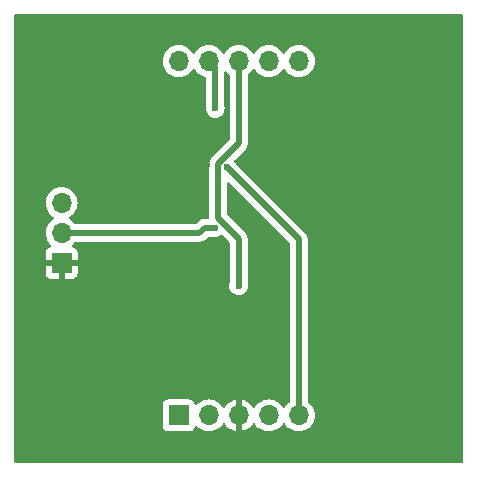
<source format=gbl>
G04 #@! TF.GenerationSoftware,KiCad,Pcbnew,8.0.6*
G04 #@! TF.CreationDate,2025-08-21T09:44:44+02:00*
G04 #@! TF.ProjectId,StackBoard_OPA836,53746163-6b42-46f6-9172-645f4f504138,rev?*
G04 #@! TF.SameCoordinates,Original*
G04 #@! TF.FileFunction,Copper,L2,Bot*
G04 #@! TF.FilePolarity,Positive*
%FSLAX46Y46*%
G04 Gerber Fmt 4.6, Leading zero omitted, Abs format (unit mm)*
G04 Created by KiCad (PCBNEW 8.0.6) date 2025-08-21 09:44:44*
%MOMM*%
%LPD*%
G01*
G04 APERTURE LIST*
G04 #@! TA.AperFunction,ComponentPad*
%ADD10R,1.700000X1.700000*%
G04 #@! TD*
G04 #@! TA.AperFunction,ComponentPad*
%ADD11O,1.700000X1.700000*%
G04 #@! TD*
G04 #@! TA.AperFunction,ViaPad*
%ADD12C,0.600000*%
G04 #@! TD*
G04 #@! TA.AperFunction,Conductor*
%ADD13C,0.500000*%
G04 #@! TD*
G04 APERTURE END LIST*
D10*
X160920000Y-142000000D03*
D11*
X163460000Y-142000000D03*
X166000000Y-142000000D03*
X168540000Y-142000000D03*
X171080000Y-142000000D03*
X160920000Y-112000000D03*
X163460000Y-112000000D03*
X166000000Y-112000000D03*
X168540000Y-112000000D03*
X171080000Y-112000000D03*
D10*
X151000000Y-129080000D03*
D11*
X151000000Y-126540000D03*
X151000000Y-124000000D03*
D12*
X162560000Y-128270000D03*
X162560000Y-130810000D03*
X162560000Y-132715000D03*
X162560000Y-134620000D03*
X162560000Y-136525000D03*
X162560000Y-139065000D03*
X183320000Y-108780000D03*
X181320000Y-108780000D03*
X179320000Y-108780000D03*
X177320000Y-108780000D03*
X175320000Y-108780000D03*
X173320000Y-108780000D03*
X171320000Y-108780000D03*
X169320000Y-108780000D03*
X167320000Y-108780000D03*
X165320000Y-108780000D03*
X163320000Y-108780000D03*
X161320000Y-108780000D03*
X159320000Y-108780000D03*
X157320000Y-108780000D03*
X155320000Y-108780000D03*
X153320000Y-108780000D03*
X151320000Y-108780000D03*
X149320000Y-108780000D03*
X147320000Y-108780000D03*
X183320000Y-110780000D03*
X181320000Y-110780000D03*
X179320000Y-110780000D03*
X177320000Y-110780000D03*
X175320000Y-110780000D03*
X173320000Y-110780000D03*
X159320000Y-110780000D03*
X157320000Y-110780000D03*
X155320000Y-110780000D03*
X153320000Y-110780000D03*
X151320000Y-110780000D03*
X149320000Y-110780000D03*
X147320000Y-110780000D03*
X183320000Y-112780000D03*
X181320000Y-112780000D03*
X179320000Y-112780000D03*
X177320000Y-112780000D03*
X175320000Y-112780000D03*
X173320000Y-112780000D03*
X159320000Y-112780000D03*
X157320000Y-112780000D03*
X155320000Y-112780000D03*
X153320000Y-112780000D03*
X151320000Y-112780000D03*
X149320000Y-112780000D03*
X147320000Y-112780000D03*
X183320000Y-114780000D03*
X181320000Y-114780000D03*
X179320000Y-114780000D03*
X177320000Y-114780000D03*
X175320000Y-114780000D03*
X173320000Y-114780000D03*
X169320000Y-114780000D03*
X167320000Y-114780000D03*
X161320000Y-114780000D03*
X159320000Y-114780000D03*
X157320000Y-114780000D03*
X155320000Y-114780000D03*
X153320000Y-114780000D03*
X151320000Y-114780000D03*
X149320000Y-114780000D03*
X147320000Y-114780000D03*
X183320000Y-116780000D03*
X181320000Y-116780000D03*
X179320000Y-116780000D03*
X177320000Y-116780000D03*
X175320000Y-116780000D03*
X173320000Y-116780000D03*
X169320000Y-116780000D03*
X167320000Y-116780000D03*
X163320000Y-116780000D03*
X159320000Y-116780000D03*
X157320000Y-116780000D03*
X155320000Y-116780000D03*
X153320000Y-116780000D03*
X151320000Y-116780000D03*
X149320000Y-116780000D03*
X147320000Y-116780000D03*
X183320000Y-118780000D03*
X181320000Y-118780000D03*
X179320000Y-118780000D03*
X177320000Y-118780000D03*
X175320000Y-118780000D03*
X173320000Y-118780000D03*
X169320000Y-118780000D03*
X163320000Y-118780000D03*
X161320000Y-118780000D03*
X157320000Y-118780000D03*
X155320000Y-118780000D03*
X153320000Y-118780000D03*
X151320000Y-118780000D03*
X149320000Y-118780000D03*
X147320000Y-118780000D03*
X183320000Y-120780000D03*
X181320000Y-120780000D03*
X179320000Y-120780000D03*
X177320000Y-120780000D03*
X175320000Y-120780000D03*
X173320000Y-120780000D03*
X169320000Y-120780000D03*
X163320000Y-120780000D03*
X161320000Y-120780000D03*
X159320000Y-120780000D03*
X155320000Y-120780000D03*
X153320000Y-120780000D03*
X151320000Y-120780000D03*
X149320000Y-120780000D03*
X147320000Y-120780000D03*
X183320000Y-122780000D03*
X181320000Y-122780000D03*
X179320000Y-122780000D03*
X177320000Y-122780000D03*
X175320000Y-122780000D03*
X173320000Y-122780000D03*
X171320000Y-122780000D03*
X161320000Y-122780000D03*
X159320000Y-122780000D03*
X157320000Y-122780000D03*
X153320000Y-122780000D03*
X149320000Y-122780000D03*
X147320000Y-122780000D03*
X183320000Y-124780000D03*
X181320000Y-124780000D03*
X179320000Y-124780000D03*
X177320000Y-124780000D03*
X175320000Y-124780000D03*
X173320000Y-124780000D03*
X171320000Y-124780000D03*
X161320000Y-124780000D03*
X159320000Y-124780000D03*
X157320000Y-124780000D03*
X155320000Y-124780000D03*
X153320000Y-124780000D03*
X149320000Y-124780000D03*
X147320000Y-124780000D03*
X183320000Y-126780000D03*
X181320000Y-126780000D03*
X179320000Y-126780000D03*
X177320000Y-126780000D03*
X175320000Y-126780000D03*
X173320000Y-126780000D03*
X169320000Y-126780000D03*
X167320000Y-126780000D03*
X149320000Y-126780000D03*
X147320000Y-126780000D03*
X183320000Y-128780000D03*
X181320000Y-128780000D03*
X179320000Y-128780000D03*
X177320000Y-128780000D03*
X175320000Y-128780000D03*
X173320000Y-128780000D03*
X169320000Y-128780000D03*
X159320000Y-128780000D03*
X157320000Y-128780000D03*
X155320000Y-128780000D03*
X153320000Y-128780000D03*
X149320000Y-128780000D03*
X147320000Y-128780000D03*
X183320000Y-130780000D03*
X181320000Y-130780000D03*
X179320000Y-130780000D03*
X177320000Y-130780000D03*
X175320000Y-130780000D03*
X173320000Y-130780000D03*
X169320000Y-130780000D03*
X159320000Y-130780000D03*
X157320000Y-130780000D03*
X155320000Y-130780000D03*
X153320000Y-130780000D03*
X151320000Y-130780000D03*
X149320000Y-130780000D03*
X147320000Y-130780000D03*
X183320000Y-132780000D03*
X181320000Y-132780000D03*
X179320000Y-132780000D03*
X177320000Y-132780000D03*
X175320000Y-132780000D03*
X173320000Y-132780000D03*
X169320000Y-132780000D03*
X167320000Y-132780000D03*
X165320000Y-132780000D03*
X159320000Y-132780000D03*
X157320000Y-132780000D03*
X155320000Y-132780000D03*
X153320000Y-132780000D03*
X151320000Y-132780000D03*
X149320000Y-132780000D03*
X147320000Y-132780000D03*
X183320000Y-134780000D03*
X181320000Y-134780000D03*
X179320000Y-134780000D03*
X177320000Y-134780000D03*
X175320000Y-134780000D03*
X173320000Y-134780000D03*
X169320000Y-134780000D03*
X167320000Y-134780000D03*
X165320000Y-134780000D03*
X159320000Y-134780000D03*
X157320000Y-134780000D03*
X155320000Y-134780000D03*
X153320000Y-134780000D03*
X151320000Y-134780000D03*
X149320000Y-134780000D03*
X147320000Y-134780000D03*
X183320000Y-136780000D03*
X181320000Y-136780000D03*
X179320000Y-136780000D03*
X177320000Y-136780000D03*
X175320000Y-136780000D03*
X173320000Y-136780000D03*
X169320000Y-136780000D03*
X167320000Y-136780000D03*
X165320000Y-136780000D03*
X159320000Y-136780000D03*
X157320000Y-136780000D03*
X155320000Y-136780000D03*
X153320000Y-136780000D03*
X151320000Y-136780000D03*
X149320000Y-136780000D03*
X147320000Y-136780000D03*
X183320000Y-138780000D03*
X181320000Y-138780000D03*
X179320000Y-138780000D03*
X177320000Y-138780000D03*
X175320000Y-138780000D03*
X173320000Y-138780000D03*
X169320000Y-138780000D03*
X167320000Y-138780000D03*
X165320000Y-138780000D03*
X159320000Y-138780000D03*
X157320000Y-138780000D03*
X155320000Y-138780000D03*
X153320000Y-138780000D03*
X151320000Y-138780000D03*
X149320000Y-138780000D03*
X147320000Y-138780000D03*
X183320000Y-140780000D03*
X181320000Y-140780000D03*
X179320000Y-140780000D03*
X177320000Y-140780000D03*
X175320000Y-140780000D03*
X173320000Y-140780000D03*
X159320000Y-140780000D03*
X157320000Y-140780000D03*
X155320000Y-140780000D03*
X153320000Y-140780000D03*
X151320000Y-140780000D03*
X149320000Y-140780000D03*
X147320000Y-140780000D03*
X183320000Y-142780000D03*
X181320000Y-142780000D03*
X179320000Y-142780000D03*
X177320000Y-142780000D03*
X175320000Y-142780000D03*
X173320000Y-142780000D03*
X159320000Y-142780000D03*
X157320000Y-142780000D03*
X155320000Y-142780000D03*
X153320000Y-142780000D03*
X151320000Y-142780000D03*
X149320000Y-142780000D03*
X147320000Y-142780000D03*
X183320000Y-144780000D03*
X181320000Y-144780000D03*
X179320000Y-144780000D03*
X177320000Y-144780000D03*
X175320000Y-144780000D03*
X173320000Y-144780000D03*
X171320000Y-144780000D03*
X169320000Y-144780000D03*
X167320000Y-144780000D03*
X165320000Y-144780000D03*
X163320000Y-144780000D03*
X161320000Y-144780000D03*
X159320000Y-144780000D03*
X157320000Y-144780000D03*
X155320000Y-144780000D03*
X153320000Y-144780000D03*
X151320000Y-144780000D03*
X149320000Y-144780000D03*
X166000000Y-131000000D03*
X165000000Y-121000000D03*
X164000000Y-116000000D03*
X164005330Y-126105332D03*
X147320000Y-144780000D03*
D13*
X166000000Y-127039341D02*
X166000000Y-131000000D01*
X166000000Y-118939339D02*
X164250000Y-120689339D01*
X164250000Y-125289341D02*
X166000000Y-127039341D01*
X166000000Y-112000000D02*
X166000000Y-118939339D01*
X164250000Y-120689339D02*
X164250000Y-125289341D01*
X171080000Y-127080000D02*
X165000000Y-121000000D01*
X171080000Y-142000000D02*
X171080000Y-127080000D01*
X164000000Y-116000000D02*
X164000000Y-112540000D01*
X164000000Y-112540000D02*
X163460000Y-112000000D01*
X162670664Y-126540000D02*
X151000000Y-126540000D01*
X164005330Y-126105332D02*
X163105332Y-126105332D01*
X163105332Y-126105332D02*
X162670664Y-126540000D01*
G04 #@! TA.AperFunction,Conductor*
G36*
X184943039Y-108019685D02*
G01*
X184988794Y-108072489D01*
X185000000Y-108124000D01*
X185000000Y-145876000D01*
X184980315Y-145943039D01*
X184927511Y-145988794D01*
X184876000Y-146000000D01*
X147124000Y-146000000D01*
X147056961Y-145980315D01*
X147011206Y-145927511D01*
X147000000Y-145876000D01*
X147000000Y-123999999D01*
X149644341Y-123999999D01*
X149644341Y-124000000D01*
X149664936Y-124235403D01*
X149664938Y-124235413D01*
X149726094Y-124463655D01*
X149726096Y-124463659D01*
X149726097Y-124463663D01*
X149825965Y-124677830D01*
X149825967Y-124677834D01*
X149961501Y-124871395D01*
X149961506Y-124871402D01*
X150128597Y-125038493D01*
X150128603Y-125038498D01*
X150314158Y-125168425D01*
X150357783Y-125223002D01*
X150364977Y-125292500D01*
X150333454Y-125354855D01*
X150314158Y-125371575D01*
X150128597Y-125501505D01*
X149961505Y-125668597D01*
X149825965Y-125862169D01*
X149825964Y-125862171D01*
X149726098Y-126076335D01*
X149726094Y-126076344D01*
X149664938Y-126304586D01*
X149664936Y-126304596D01*
X149644341Y-126539999D01*
X149644341Y-126540000D01*
X149664936Y-126775403D01*
X149664938Y-126775413D01*
X149726094Y-127003655D01*
X149726096Y-127003659D01*
X149726097Y-127003663D01*
X149804681Y-127172186D01*
X149825965Y-127217830D01*
X149825967Y-127217834D01*
X149961501Y-127411395D01*
X149961506Y-127411402D01*
X150083818Y-127533714D01*
X150117303Y-127595037D01*
X150112319Y-127664729D01*
X150070447Y-127720662D01*
X150039471Y-127737577D01*
X149907912Y-127786646D01*
X149907906Y-127786649D01*
X149792812Y-127872809D01*
X149792809Y-127872812D01*
X149706649Y-127987906D01*
X149706645Y-127987913D01*
X149656403Y-128122620D01*
X149656401Y-128122627D01*
X149650000Y-128182155D01*
X149650000Y-128830000D01*
X150566988Y-128830000D01*
X150534075Y-128887007D01*
X150500000Y-129014174D01*
X150500000Y-129145826D01*
X150534075Y-129272993D01*
X150566988Y-129330000D01*
X149650000Y-129330000D01*
X149650000Y-129977844D01*
X149656401Y-130037372D01*
X149656403Y-130037379D01*
X149706645Y-130172086D01*
X149706649Y-130172093D01*
X149792809Y-130287187D01*
X149792812Y-130287190D01*
X149907906Y-130373350D01*
X149907913Y-130373354D01*
X150042620Y-130423596D01*
X150042627Y-130423598D01*
X150102155Y-130429999D01*
X150102172Y-130430000D01*
X150750000Y-130430000D01*
X150750000Y-129513012D01*
X150807007Y-129545925D01*
X150934174Y-129580000D01*
X151065826Y-129580000D01*
X151192993Y-129545925D01*
X151250000Y-129513012D01*
X151250000Y-130430000D01*
X151897828Y-130430000D01*
X151897844Y-130429999D01*
X151957372Y-130423598D01*
X151957379Y-130423596D01*
X152092086Y-130373354D01*
X152092093Y-130373350D01*
X152207187Y-130287190D01*
X152207190Y-130287187D01*
X152293350Y-130172093D01*
X152293354Y-130172086D01*
X152343596Y-130037379D01*
X152343598Y-130037372D01*
X152349999Y-129977844D01*
X152350000Y-129977827D01*
X152350000Y-129330000D01*
X151433012Y-129330000D01*
X151465925Y-129272993D01*
X151500000Y-129145826D01*
X151500000Y-129014174D01*
X151465925Y-128887007D01*
X151433012Y-128830000D01*
X152350000Y-128830000D01*
X152350000Y-128182172D01*
X152349999Y-128182155D01*
X152343598Y-128122627D01*
X152343596Y-128122620D01*
X152293354Y-127987913D01*
X152293350Y-127987906D01*
X152207190Y-127872812D01*
X152207187Y-127872809D01*
X152092093Y-127786649D01*
X152092088Y-127786646D01*
X151960528Y-127737577D01*
X151904595Y-127695705D01*
X151880178Y-127630241D01*
X151895030Y-127561968D01*
X151916175Y-127533720D01*
X152038495Y-127411401D01*
X152086127Y-127343376D01*
X152140704Y-127299751D01*
X152187701Y-127290500D01*
X162744584Y-127290500D01*
X162842126Y-127271096D01*
X162889577Y-127261658D01*
X163026159Y-127205084D01*
X163075393Y-127172186D01*
X163149080Y-127122952D01*
X163379881Y-126892151D01*
X163441204Y-126858666D01*
X163467562Y-126855832D01*
X163705358Y-126855832D01*
X163746313Y-126862790D01*
X163826075Y-126890700D01*
X163826080Y-126890701D01*
X164005326Y-126910897D01*
X164005330Y-126910897D01*
X164005334Y-126910897D01*
X164184579Y-126890701D01*
X164184582Y-126890700D01*
X164184585Y-126890700D01*
X164354852Y-126831121D01*
X164501762Y-126738810D01*
X164568998Y-126719811D01*
X164635834Y-126740179D01*
X164655415Y-126756124D01*
X165213181Y-127313890D01*
X165246666Y-127375213D01*
X165249500Y-127401571D01*
X165249500Y-130700028D01*
X165242542Y-130740982D01*
X165214631Y-130820747D01*
X165194435Y-130999996D01*
X165194435Y-131000003D01*
X165214630Y-131179249D01*
X165214631Y-131179254D01*
X165274211Y-131349523D01*
X165370184Y-131502262D01*
X165497738Y-131629816D01*
X165650478Y-131725789D01*
X165820745Y-131785368D01*
X165820750Y-131785369D01*
X165999996Y-131805565D01*
X166000000Y-131805565D01*
X166000004Y-131805565D01*
X166179249Y-131785369D01*
X166179252Y-131785368D01*
X166179255Y-131785368D01*
X166349522Y-131725789D01*
X166502262Y-131629816D01*
X166629816Y-131502262D01*
X166725789Y-131349522D01*
X166785368Y-131179255D01*
X166805565Y-131000000D01*
X166785368Y-130820745D01*
X166757458Y-130740982D01*
X166750500Y-130700028D01*
X166750500Y-126965420D01*
X166736590Y-126895494D01*
X166721659Y-126820429D01*
X166686334Y-126735148D01*
X166681925Y-126724504D01*
X166675412Y-126708781D01*
X166665084Y-126683846D01*
X166618359Y-126613917D01*
X166582952Y-126560925D01*
X165036819Y-125014792D01*
X165003334Y-124953469D01*
X165000500Y-124927111D01*
X165000500Y-122361229D01*
X165020185Y-122294190D01*
X165072989Y-122248435D01*
X165142147Y-122238491D01*
X165205703Y-122267516D01*
X165212181Y-122273548D01*
X170293181Y-127354548D01*
X170326666Y-127415871D01*
X170329500Y-127442229D01*
X170329500Y-140812298D01*
X170309815Y-140879337D01*
X170276625Y-140913872D01*
X170208595Y-140961507D01*
X170041505Y-141128597D01*
X169911575Y-141314158D01*
X169856998Y-141357783D01*
X169787500Y-141364977D01*
X169725145Y-141333454D01*
X169708425Y-141314158D01*
X169578494Y-141128597D01*
X169411402Y-140961506D01*
X169411395Y-140961501D01*
X169217834Y-140825967D01*
X169217830Y-140825965D01*
X169188521Y-140812298D01*
X169003663Y-140726097D01*
X169003659Y-140726096D01*
X169003655Y-140726094D01*
X168775413Y-140664938D01*
X168775403Y-140664936D01*
X168540001Y-140644341D01*
X168539999Y-140644341D01*
X168304596Y-140664936D01*
X168304586Y-140664938D01*
X168076344Y-140726094D01*
X168076335Y-140726098D01*
X167862171Y-140825964D01*
X167862169Y-140825965D01*
X167668597Y-140961505D01*
X167501508Y-141128594D01*
X167371269Y-141314595D01*
X167316692Y-141358219D01*
X167247193Y-141365412D01*
X167184839Y-141333890D01*
X167168119Y-141314594D01*
X167038113Y-141128926D01*
X167038108Y-141128920D01*
X166871082Y-140961894D01*
X166677578Y-140826399D01*
X166463492Y-140726570D01*
X166463486Y-140726567D01*
X166250000Y-140669364D01*
X166250000Y-141566988D01*
X166192993Y-141534075D01*
X166065826Y-141500000D01*
X165934174Y-141500000D01*
X165807007Y-141534075D01*
X165750000Y-141566988D01*
X165750000Y-140669364D01*
X165749999Y-140669364D01*
X165536513Y-140726567D01*
X165536507Y-140726570D01*
X165322422Y-140826399D01*
X165322420Y-140826400D01*
X165128926Y-140961886D01*
X165128920Y-140961891D01*
X164961891Y-141128920D01*
X164961890Y-141128922D01*
X164831880Y-141314595D01*
X164777303Y-141358219D01*
X164707804Y-141365412D01*
X164645450Y-141333890D01*
X164628730Y-141314594D01*
X164498494Y-141128597D01*
X164331402Y-140961506D01*
X164331395Y-140961501D01*
X164137834Y-140825967D01*
X164137830Y-140825965D01*
X164108521Y-140812298D01*
X163923663Y-140726097D01*
X163923659Y-140726096D01*
X163923655Y-140726094D01*
X163695413Y-140664938D01*
X163695403Y-140664936D01*
X163460001Y-140644341D01*
X163459999Y-140644341D01*
X163224596Y-140664936D01*
X163224586Y-140664938D01*
X162996344Y-140726094D01*
X162996335Y-140726098D01*
X162782171Y-140825964D01*
X162782169Y-140825965D01*
X162588600Y-140961503D01*
X162466673Y-141083430D01*
X162405350Y-141116914D01*
X162335658Y-141111930D01*
X162279725Y-141070058D01*
X162262810Y-141039081D01*
X162213797Y-140907671D01*
X162213793Y-140907664D01*
X162127547Y-140792455D01*
X162127544Y-140792452D01*
X162012335Y-140706206D01*
X162012328Y-140706202D01*
X161877482Y-140655908D01*
X161877483Y-140655908D01*
X161817883Y-140649501D01*
X161817881Y-140649500D01*
X161817873Y-140649500D01*
X161817864Y-140649500D01*
X160022129Y-140649500D01*
X160022123Y-140649501D01*
X159962516Y-140655908D01*
X159827671Y-140706202D01*
X159827664Y-140706206D01*
X159712455Y-140792452D01*
X159712452Y-140792455D01*
X159626206Y-140907664D01*
X159626202Y-140907671D01*
X159575908Y-141042517D01*
X159569501Y-141102116D01*
X159569500Y-141102135D01*
X159569500Y-142897870D01*
X159569501Y-142897876D01*
X159575908Y-142957483D01*
X159626202Y-143092328D01*
X159626206Y-143092335D01*
X159712452Y-143207544D01*
X159712455Y-143207547D01*
X159827664Y-143293793D01*
X159827671Y-143293797D01*
X159962517Y-143344091D01*
X159962516Y-143344091D01*
X159969444Y-143344835D01*
X160022127Y-143350500D01*
X161817872Y-143350499D01*
X161877483Y-143344091D01*
X162012331Y-143293796D01*
X162127546Y-143207546D01*
X162213796Y-143092331D01*
X162262810Y-142960916D01*
X162304681Y-142904984D01*
X162370145Y-142880566D01*
X162438418Y-142895417D01*
X162466673Y-142916569D01*
X162588599Y-143038495D01*
X162685384Y-143106265D01*
X162782165Y-143174032D01*
X162782167Y-143174033D01*
X162782170Y-143174035D01*
X162996337Y-143273903D01*
X163224592Y-143335063D01*
X163401034Y-143350500D01*
X163459999Y-143355659D01*
X163460000Y-143355659D01*
X163460001Y-143355659D01*
X163518966Y-143350500D01*
X163695408Y-143335063D01*
X163923663Y-143273903D01*
X164137830Y-143174035D01*
X164331401Y-143038495D01*
X164498495Y-142871401D01*
X164628730Y-142685405D01*
X164683307Y-142641781D01*
X164752805Y-142634587D01*
X164815160Y-142666110D01*
X164831879Y-142685405D01*
X164961890Y-142871078D01*
X165128917Y-143038105D01*
X165322421Y-143173600D01*
X165536507Y-143273429D01*
X165536516Y-143273433D01*
X165750000Y-143330634D01*
X165750000Y-142433012D01*
X165807007Y-142465925D01*
X165934174Y-142500000D01*
X166065826Y-142500000D01*
X166192993Y-142465925D01*
X166250000Y-142433012D01*
X166250000Y-143330633D01*
X166463483Y-143273433D01*
X166463492Y-143273429D01*
X166677578Y-143173600D01*
X166871082Y-143038105D01*
X167038105Y-142871082D01*
X167168119Y-142685405D01*
X167222696Y-142641781D01*
X167292195Y-142634588D01*
X167354549Y-142666110D01*
X167371269Y-142685405D01*
X167501505Y-142871401D01*
X167668599Y-143038495D01*
X167765384Y-143106265D01*
X167862165Y-143174032D01*
X167862167Y-143174033D01*
X167862170Y-143174035D01*
X168076337Y-143273903D01*
X168304592Y-143335063D01*
X168481034Y-143350500D01*
X168539999Y-143355659D01*
X168540000Y-143355659D01*
X168540001Y-143355659D01*
X168598966Y-143350500D01*
X168775408Y-143335063D01*
X169003663Y-143273903D01*
X169217830Y-143174035D01*
X169411401Y-143038495D01*
X169578495Y-142871401D01*
X169708425Y-142685842D01*
X169763002Y-142642217D01*
X169832500Y-142635023D01*
X169894855Y-142666546D01*
X169911575Y-142685842D01*
X170041500Y-142871395D01*
X170041505Y-142871401D01*
X170208599Y-143038495D01*
X170305384Y-143106265D01*
X170402165Y-143174032D01*
X170402167Y-143174033D01*
X170402170Y-143174035D01*
X170616337Y-143273903D01*
X170844592Y-143335063D01*
X171021034Y-143350500D01*
X171079999Y-143355659D01*
X171080000Y-143355659D01*
X171080001Y-143355659D01*
X171138966Y-143350500D01*
X171315408Y-143335063D01*
X171543663Y-143273903D01*
X171757830Y-143174035D01*
X171951401Y-143038495D01*
X172118495Y-142871401D01*
X172254035Y-142677830D01*
X172353903Y-142463663D01*
X172415063Y-142235408D01*
X172435659Y-142000000D01*
X172415063Y-141764592D01*
X172353903Y-141536337D01*
X172254035Y-141322171D01*
X172248731Y-141314595D01*
X172118494Y-141128597D01*
X171951404Y-140961507D01*
X171883375Y-140913872D01*
X171839751Y-140859294D01*
X171830500Y-140812298D01*
X171830500Y-127006079D01*
X171801659Y-126861092D01*
X171801658Y-126861091D01*
X171801658Y-126861087D01*
X171758181Y-126756124D01*
X171745087Y-126724511D01*
X171745080Y-126724498D01*
X171662952Y-126601585D01*
X171622291Y-126560924D01*
X171558416Y-126497049D01*
X165753307Y-120691940D01*
X165730651Y-120655867D01*
X165728811Y-120656754D01*
X165725789Y-120650478D01*
X165703759Y-120615418D01*
X165633477Y-120503565D01*
X165614478Y-120436330D01*
X165634846Y-120369495D01*
X165650786Y-120349919D01*
X166582952Y-119417755D01*
X166632186Y-119344068D01*
X166665084Y-119294834D01*
X166688518Y-119238259D01*
X166721659Y-119158251D01*
X166750500Y-119013256D01*
X166750500Y-118865421D01*
X166750500Y-113187700D01*
X166770185Y-113120661D01*
X166803375Y-113086126D01*
X166871401Y-113038495D01*
X167038495Y-112871401D01*
X167168425Y-112685842D01*
X167223002Y-112642217D01*
X167292500Y-112635023D01*
X167354855Y-112666546D01*
X167371575Y-112685842D01*
X167501500Y-112871395D01*
X167501505Y-112871401D01*
X167668599Y-113038495D01*
X167736620Y-113086124D01*
X167862165Y-113174032D01*
X167862167Y-113174033D01*
X167862170Y-113174035D01*
X168076337Y-113273903D01*
X168304592Y-113335063D01*
X168492918Y-113351539D01*
X168539999Y-113355659D01*
X168540000Y-113355659D01*
X168540001Y-113355659D01*
X168579234Y-113352226D01*
X168775408Y-113335063D01*
X169003663Y-113273903D01*
X169217830Y-113174035D01*
X169411401Y-113038495D01*
X169578495Y-112871401D01*
X169708425Y-112685842D01*
X169763002Y-112642217D01*
X169832500Y-112635023D01*
X169894855Y-112666546D01*
X169911575Y-112685842D01*
X170041500Y-112871395D01*
X170041505Y-112871401D01*
X170208599Y-113038495D01*
X170276620Y-113086124D01*
X170402165Y-113174032D01*
X170402167Y-113174033D01*
X170402170Y-113174035D01*
X170616337Y-113273903D01*
X170844592Y-113335063D01*
X171032918Y-113351539D01*
X171079999Y-113355659D01*
X171080000Y-113355659D01*
X171080001Y-113355659D01*
X171119234Y-113352226D01*
X171315408Y-113335063D01*
X171543663Y-113273903D01*
X171757830Y-113174035D01*
X171951401Y-113038495D01*
X172118495Y-112871401D01*
X172254035Y-112677830D01*
X172353903Y-112463663D01*
X172415063Y-112235408D01*
X172435659Y-112000000D01*
X172415063Y-111764592D01*
X172353903Y-111536337D01*
X172254035Y-111322171D01*
X172248425Y-111314158D01*
X172118494Y-111128597D01*
X171951402Y-110961506D01*
X171951395Y-110961501D01*
X171757834Y-110825967D01*
X171757830Y-110825965D01*
X171757828Y-110825964D01*
X171543663Y-110726097D01*
X171543659Y-110726096D01*
X171543655Y-110726094D01*
X171315413Y-110664938D01*
X171315403Y-110664936D01*
X171080001Y-110644341D01*
X171079999Y-110644341D01*
X170844596Y-110664936D01*
X170844586Y-110664938D01*
X170616344Y-110726094D01*
X170616335Y-110726098D01*
X170402171Y-110825964D01*
X170402169Y-110825965D01*
X170208597Y-110961505D01*
X170041505Y-111128597D01*
X169911575Y-111314158D01*
X169856998Y-111357783D01*
X169787500Y-111364977D01*
X169725145Y-111333454D01*
X169708425Y-111314158D01*
X169578494Y-111128597D01*
X169411402Y-110961506D01*
X169411395Y-110961501D01*
X169217834Y-110825967D01*
X169217830Y-110825965D01*
X169217828Y-110825964D01*
X169003663Y-110726097D01*
X169003659Y-110726096D01*
X169003655Y-110726094D01*
X168775413Y-110664938D01*
X168775403Y-110664936D01*
X168540001Y-110644341D01*
X168539999Y-110644341D01*
X168304596Y-110664936D01*
X168304586Y-110664938D01*
X168076344Y-110726094D01*
X168076335Y-110726098D01*
X167862171Y-110825964D01*
X167862169Y-110825965D01*
X167668597Y-110961505D01*
X167501505Y-111128597D01*
X167371575Y-111314158D01*
X167316998Y-111357783D01*
X167247500Y-111364977D01*
X167185145Y-111333454D01*
X167168425Y-111314158D01*
X167038494Y-111128597D01*
X166871402Y-110961506D01*
X166871395Y-110961501D01*
X166677834Y-110825967D01*
X166677830Y-110825965D01*
X166677828Y-110825964D01*
X166463663Y-110726097D01*
X166463659Y-110726096D01*
X166463655Y-110726094D01*
X166235413Y-110664938D01*
X166235403Y-110664936D01*
X166000001Y-110644341D01*
X165999999Y-110644341D01*
X165764596Y-110664936D01*
X165764586Y-110664938D01*
X165536344Y-110726094D01*
X165536335Y-110726098D01*
X165322171Y-110825964D01*
X165322169Y-110825965D01*
X165128597Y-110961505D01*
X164961505Y-111128597D01*
X164831575Y-111314158D01*
X164776998Y-111357783D01*
X164707500Y-111364977D01*
X164645145Y-111333454D01*
X164628425Y-111314158D01*
X164498494Y-111128597D01*
X164331402Y-110961506D01*
X164331395Y-110961501D01*
X164137834Y-110825967D01*
X164137830Y-110825965D01*
X164137828Y-110825964D01*
X163923663Y-110726097D01*
X163923659Y-110726096D01*
X163923655Y-110726094D01*
X163695413Y-110664938D01*
X163695403Y-110664936D01*
X163460001Y-110644341D01*
X163459999Y-110644341D01*
X163224596Y-110664936D01*
X163224586Y-110664938D01*
X162996344Y-110726094D01*
X162996335Y-110726098D01*
X162782171Y-110825964D01*
X162782169Y-110825965D01*
X162588597Y-110961505D01*
X162421505Y-111128597D01*
X162291575Y-111314158D01*
X162236998Y-111357783D01*
X162167500Y-111364977D01*
X162105145Y-111333454D01*
X162088425Y-111314158D01*
X161958494Y-111128597D01*
X161791402Y-110961506D01*
X161791395Y-110961501D01*
X161597834Y-110825967D01*
X161597830Y-110825965D01*
X161597828Y-110825964D01*
X161383663Y-110726097D01*
X161383659Y-110726096D01*
X161383655Y-110726094D01*
X161155413Y-110664938D01*
X161155403Y-110664936D01*
X160920001Y-110644341D01*
X160919999Y-110644341D01*
X160684596Y-110664936D01*
X160684586Y-110664938D01*
X160456344Y-110726094D01*
X160456335Y-110726098D01*
X160242171Y-110825964D01*
X160242169Y-110825965D01*
X160048597Y-110961505D01*
X159881505Y-111128597D01*
X159745965Y-111322169D01*
X159745964Y-111322171D01*
X159646098Y-111536335D01*
X159646094Y-111536344D01*
X159584938Y-111764586D01*
X159584936Y-111764596D01*
X159564341Y-111999999D01*
X159564341Y-112000000D01*
X159584936Y-112235403D01*
X159584938Y-112235413D01*
X159646094Y-112463655D01*
X159646096Y-112463659D01*
X159646097Y-112463663D01*
X159650000Y-112472032D01*
X159745965Y-112677830D01*
X159745967Y-112677834D01*
X159854281Y-112832521D01*
X159881505Y-112871401D01*
X160048599Y-113038495D01*
X160116620Y-113086124D01*
X160242165Y-113174032D01*
X160242167Y-113174033D01*
X160242170Y-113174035D01*
X160456337Y-113273903D01*
X160684592Y-113335063D01*
X160872918Y-113351539D01*
X160919999Y-113355659D01*
X160920000Y-113355659D01*
X160920001Y-113355659D01*
X160959234Y-113352226D01*
X161155408Y-113335063D01*
X161383663Y-113273903D01*
X161597830Y-113174035D01*
X161791401Y-113038495D01*
X161958495Y-112871401D01*
X162088425Y-112685842D01*
X162143002Y-112642217D01*
X162212500Y-112635023D01*
X162274855Y-112666546D01*
X162291575Y-112685842D01*
X162421500Y-112871395D01*
X162421505Y-112871401D01*
X162588599Y-113038495D01*
X162656620Y-113086124D01*
X162782165Y-113174032D01*
X162782167Y-113174033D01*
X162782170Y-113174035D01*
X162996337Y-113273903D01*
X162996342Y-113273904D01*
X162996346Y-113273906D01*
X163074725Y-113294906D01*
X163157593Y-113317111D01*
X163217253Y-113353474D01*
X163247783Y-113416321D01*
X163249500Y-113436885D01*
X163249500Y-115700028D01*
X163242542Y-115740982D01*
X163214631Y-115820747D01*
X163194435Y-115999996D01*
X163194435Y-116000003D01*
X163214630Y-116179249D01*
X163214631Y-116179254D01*
X163274211Y-116349523D01*
X163370184Y-116502262D01*
X163497738Y-116629816D01*
X163650478Y-116725789D01*
X163820745Y-116785368D01*
X163820750Y-116785369D01*
X163999996Y-116805565D01*
X164000000Y-116805565D01*
X164000004Y-116805565D01*
X164179249Y-116785369D01*
X164179252Y-116785368D01*
X164179255Y-116785368D01*
X164349522Y-116725789D01*
X164502262Y-116629816D01*
X164629816Y-116502262D01*
X164725789Y-116349522D01*
X164785368Y-116179255D01*
X164805565Y-116000000D01*
X164785368Y-115820745D01*
X164757458Y-115740982D01*
X164750500Y-115700028D01*
X164750500Y-112959758D01*
X164770185Y-112892719D01*
X164822989Y-112846964D01*
X164892147Y-112837020D01*
X164955703Y-112866045D01*
X164962181Y-112872077D01*
X165128595Y-113038492D01*
X165128598Y-113038494D01*
X165128599Y-113038495D01*
X165196623Y-113086125D01*
X165240248Y-113140701D01*
X165249500Y-113187700D01*
X165249500Y-118577108D01*
X165229815Y-118644147D01*
X165213181Y-118664789D01*
X163667052Y-120210917D01*
X163667049Y-120210920D01*
X163624760Y-120274210D01*
X163624761Y-120274211D01*
X163584914Y-120333847D01*
X163528343Y-120470421D01*
X163528340Y-120470431D01*
X163499500Y-120615418D01*
X163499500Y-125230832D01*
X163479815Y-125297871D01*
X163427011Y-125343626D01*
X163375500Y-125354832D01*
X163031412Y-125354832D01*
X162886424Y-125383672D01*
X162886414Y-125383675D01*
X162749843Y-125440244D01*
X162749830Y-125440251D01*
X162626916Y-125522380D01*
X162626912Y-125522383D01*
X162396116Y-125753181D01*
X162334793Y-125786666D01*
X162308435Y-125789500D01*
X152187701Y-125789500D01*
X152120662Y-125769815D01*
X152086126Y-125736623D01*
X152038494Y-125668597D01*
X151871402Y-125501506D01*
X151871396Y-125501501D01*
X151685842Y-125371575D01*
X151642217Y-125316998D01*
X151635023Y-125247500D01*
X151666546Y-125185145D01*
X151685842Y-125168425D01*
X151708026Y-125152891D01*
X151871401Y-125038495D01*
X152038495Y-124871401D01*
X152174035Y-124677830D01*
X152273903Y-124463663D01*
X152335063Y-124235408D01*
X152355659Y-124000000D01*
X152335063Y-123764592D01*
X152273903Y-123536337D01*
X152174035Y-123322171D01*
X152038495Y-123128599D01*
X152038494Y-123128597D01*
X151871402Y-122961506D01*
X151871395Y-122961501D01*
X151677834Y-122825967D01*
X151677830Y-122825965D01*
X151677828Y-122825964D01*
X151463663Y-122726097D01*
X151463659Y-122726096D01*
X151463655Y-122726094D01*
X151235413Y-122664938D01*
X151235403Y-122664936D01*
X151000001Y-122644341D01*
X150999999Y-122644341D01*
X150764596Y-122664936D01*
X150764586Y-122664938D01*
X150536344Y-122726094D01*
X150536335Y-122726098D01*
X150322171Y-122825964D01*
X150322169Y-122825965D01*
X150128597Y-122961505D01*
X149961505Y-123128597D01*
X149825965Y-123322169D01*
X149825964Y-123322171D01*
X149726098Y-123536335D01*
X149726094Y-123536344D01*
X149664938Y-123764586D01*
X149664936Y-123764596D01*
X149644341Y-123999999D01*
X147000000Y-123999999D01*
X147000000Y-108124000D01*
X147019685Y-108056961D01*
X147072489Y-108011206D01*
X147124000Y-108000000D01*
X184876000Y-108000000D01*
X184943039Y-108019685D01*
G37*
G04 #@! TD.AperFunction*
M02*

</source>
